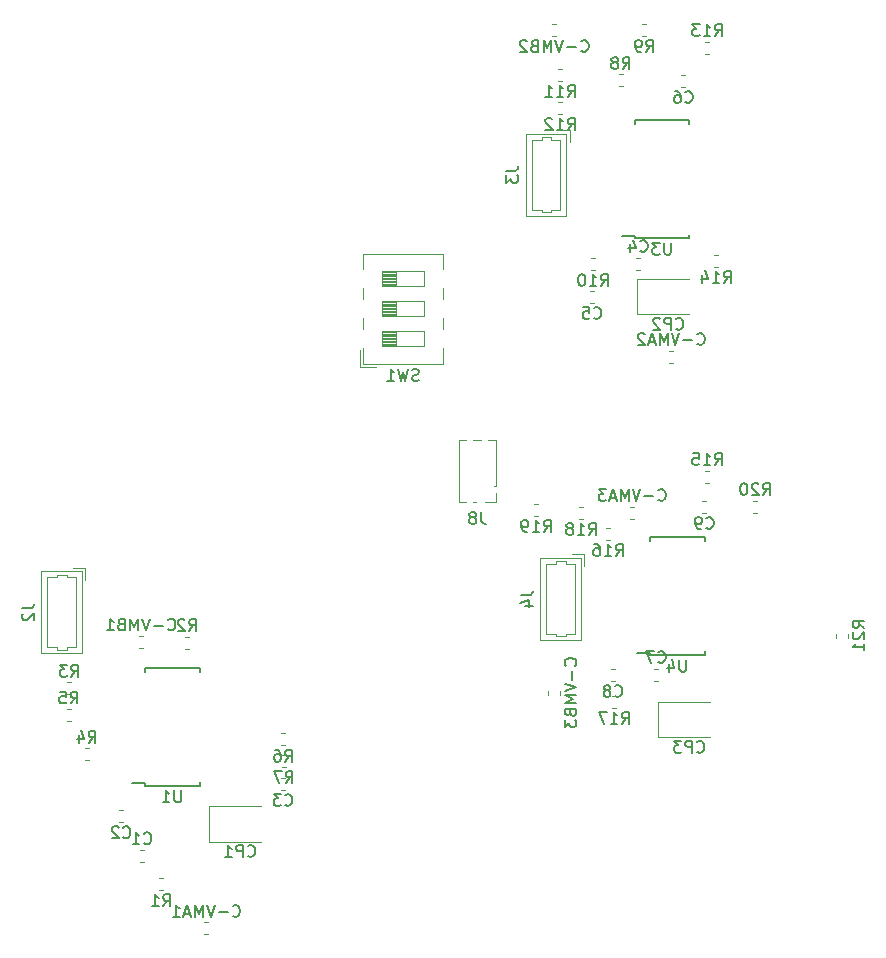
<source format=gbr>
G04 #@! TF.GenerationSoftware,KiCad,Pcbnew,(5.1.5)-3*
G04 #@! TF.CreationDate,2020-03-06T21:22:36+08:00*
G04 #@! TF.ProjectId,Misaka,4d697361-6b61-42e6-9b69-6361645f7063,rev?*
G04 #@! TF.SameCoordinates,Original*
G04 #@! TF.FileFunction,Legend,Bot*
G04 #@! TF.FilePolarity,Positive*
%FSLAX46Y46*%
G04 Gerber Fmt 4.6, Leading zero omitted, Abs format (unit mm)*
G04 Created by KiCad (PCBNEW (5.1.5)-3) date 2020-03-06 21:22:36*
%MOMM*%
%LPD*%
G04 APERTURE LIST*
%ADD10C,0.120000*%
%ADD11C,0.150000*%
G04 APERTURE END LIST*
D10*
X42121267Y-99460000D02*
X41778733Y-99460000D01*
X42121267Y-98440000D02*
X41778733Y-98440000D01*
X90329000Y-94502000D02*
X94714000Y-94502000D01*
X90329000Y-97522000D02*
X90329000Y-94502000D01*
X94714000Y-97522000D02*
X90329000Y-97522000D01*
X88551000Y-58688000D02*
X92936000Y-58688000D01*
X88551000Y-61708000D02*
X88551000Y-58688000D01*
X92936000Y-61708000D02*
X88551000Y-61708000D01*
X52295000Y-103340000D02*
X56680000Y-103340000D01*
X52295000Y-106360000D02*
X52295000Y-103340000D01*
X56680000Y-106360000D02*
X52295000Y-106360000D01*
D11*
X89623000Y-90348000D02*
X88548000Y-90348000D01*
X89623000Y-80572200D02*
X94273000Y-80572200D01*
X89623000Y-90573000D02*
X94273000Y-90573000D01*
X89623000Y-80572200D02*
X89623000Y-80897200D01*
X94273000Y-80572200D02*
X94273000Y-80897200D01*
X94273000Y-90573000D02*
X94273000Y-90248000D01*
X89623000Y-90573000D02*
X89623000Y-90348000D01*
X88335000Y-55050000D02*
X87260000Y-55050000D01*
X88335000Y-45274200D02*
X92985000Y-45274200D01*
X88335000Y-55275000D02*
X92985000Y-55275000D01*
X88335000Y-45274200D02*
X88335000Y-45599200D01*
X92985000Y-45274200D02*
X92985000Y-45599200D01*
X92985000Y-55275000D02*
X92985000Y-54950000D01*
X88335000Y-55275000D02*
X88335000Y-55050000D01*
X46865000Y-101415000D02*
X45790000Y-101415000D01*
X46865000Y-91639200D02*
X51515000Y-91639200D01*
X46865000Y-101640000D02*
X51515000Y-101640000D01*
X46865000Y-91639200D02*
X46865000Y-91964200D01*
X51515000Y-91639200D02*
X51515000Y-91964200D01*
X51515000Y-101640000D02*
X51515000Y-101315000D01*
X46865000Y-101640000D02*
X46865000Y-101415000D01*
D10*
X68126667Y-59335000D02*
X68126667Y-58065000D01*
X66920000Y-58135000D02*
X68126667Y-58135000D01*
X66920000Y-58255000D02*
X68126667Y-58255000D01*
X66920000Y-58375000D02*
X68126667Y-58375000D01*
X66920000Y-58495000D02*
X68126667Y-58495000D01*
X66920000Y-58615000D02*
X68126667Y-58615000D01*
X66920000Y-58735000D02*
X68126667Y-58735000D01*
X66920000Y-58855000D02*
X68126667Y-58855000D01*
X66920000Y-58975000D02*
X68126667Y-58975000D01*
X66920000Y-59095000D02*
X68126667Y-59095000D01*
X66920000Y-59215000D02*
X68126667Y-59215000D01*
X70540000Y-59335000D02*
X66920000Y-59335000D01*
X70540000Y-58065000D02*
X70540000Y-59335000D01*
X66920000Y-58065000D02*
X70540000Y-58065000D01*
X66920000Y-59335000D02*
X66920000Y-58065000D01*
X68126667Y-61875000D02*
X68126667Y-60605000D01*
X66920000Y-60675000D02*
X68126667Y-60675000D01*
X66920000Y-60795000D02*
X68126667Y-60795000D01*
X66920000Y-60915000D02*
X68126667Y-60915000D01*
X66920000Y-61035000D02*
X68126667Y-61035000D01*
X66920000Y-61155000D02*
X68126667Y-61155000D01*
X66920000Y-61275000D02*
X68126667Y-61275000D01*
X66920000Y-61395000D02*
X68126667Y-61395000D01*
X66920000Y-61515000D02*
X68126667Y-61515000D01*
X66920000Y-61635000D02*
X68126667Y-61635000D01*
X66920000Y-61755000D02*
X68126667Y-61755000D01*
X70540000Y-61875000D02*
X66920000Y-61875000D01*
X70540000Y-60605000D02*
X70540000Y-61875000D01*
X66920000Y-60605000D02*
X70540000Y-60605000D01*
X66920000Y-61875000D02*
X66920000Y-60605000D01*
X68126667Y-64415000D02*
X68126667Y-63145000D01*
X66920000Y-63215000D02*
X68126667Y-63215000D01*
X66920000Y-63335000D02*
X68126667Y-63335000D01*
X66920000Y-63455000D02*
X68126667Y-63455000D01*
X66920000Y-63575000D02*
X68126667Y-63575000D01*
X66920000Y-63695000D02*
X68126667Y-63695000D01*
X66920000Y-63815000D02*
X68126667Y-63815000D01*
X66920000Y-63935000D02*
X68126667Y-63935000D01*
X66920000Y-64055000D02*
X68126667Y-64055000D01*
X66920000Y-64175000D02*
X68126667Y-64175000D01*
X66920000Y-64295000D02*
X68126667Y-64295000D01*
X70540000Y-64415000D02*
X66920000Y-64415000D01*
X70540000Y-63145000D02*
X70540000Y-64415000D01*
X66920000Y-63145000D02*
X70540000Y-63145000D01*
X66920000Y-64415000D02*
X66920000Y-63145000D01*
X65080000Y-66130000D02*
X65080000Y-64747000D01*
X65080000Y-66130000D02*
X66463000Y-66130000D01*
X72140000Y-62980000D02*
X72140000Y-62040000D01*
X72140000Y-65890000D02*
X72140000Y-64580000D01*
X72140000Y-60440000D02*
X72140000Y-59500000D01*
X72140000Y-57900000D02*
X72140000Y-56590000D01*
X65320000Y-57900000D02*
X65320000Y-56590000D01*
X65320000Y-60440000D02*
X65320000Y-59500000D01*
X65320000Y-62980000D02*
X65320000Y-62040000D01*
X65320000Y-65890000D02*
X65320000Y-64580000D01*
X65320000Y-56590000D02*
X72140000Y-56590000D01*
X65320000Y-65890000D02*
X72140000Y-65890000D01*
X105408000Y-89071267D02*
X105408000Y-88728733D01*
X106428000Y-89071267D02*
X106428000Y-88728733D01*
X98723267Y-78488000D02*
X98380733Y-78488000D01*
X98723267Y-77468000D02*
X98380733Y-77468000D01*
X79838733Y-77722000D02*
X80181267Y-77722000D01*
X79838733Y-78742000D02*
X80181267Y-78742000D01*
X83648733Y-77976000D02*
X83991267Y-77976000D01*
X83648733Y-78996000D02*
X83991267Y-78996000D01*
X86442733Y-93978000D02*
X86785267Y-93978000D01*
X86442733Y-94998000D02*
X86785267Y-94998000D01*
X85934733Y-79754000D02*
X86277267Y-79754000D01*
X85934733Y-80774000D02*
X86277267Y-80774000D01*
X94659267Y-75948000D02*
X94316733Y-75948000D01*
X94659267Y-74928000D02*
X94316733Y-74928000D01*
X95078733Y-56640000D02*
X95421267Y-56640000D01*
X95078733Y-57660000D02*
X95421267Y-57660000D01*
X94659267Y-39626000D02*
X94316733Y-39626000D01*
X94659267Y-38606000D02*
X94316733Y-38606000D01*
X81870733Y-43686000D02*
X82213267Y-43686000D01*
X81870733Y-44706000D02*
X82213267Y-44706000D01*
X81870733Y-40892000D02*
X82213267Y-40892000D01*
X81870733Y-41912000D02*
X82213267Y-41912000D01*
X84664733Y-56894000D02*
X85007267Y-56894000D01*
X84664733Y-57914000D02*
X85007267Y-57914000D01*
X88982733Y-37082000D02*
X89325267Y-37082000D01*
X88982733Y-38102000D02*
X89325267Y-38102000D01*
X87336267Y-42410000D02*
X86993733Y-42410000D01*
X87336267Y-41390000D02*
X86993733Y-41390000D01*
X58458733Y-98990000D02*
X58801267Y-98990000D01*
X58458733Y-100010000D02*
X58801267Y-100010000D01*
X58418733Y-97180000D02*
X58761267Y-97180000D01*
X58418733Y-98200000D02*
X58761267Y-98200000D01*
X40591267Y-96140000D02*
X40248733Y-96140000D01*
X40591267Y-95120000D02*
X40248733Y-95120000D01*
X40631267Y-93860000D02*
X40288733Y-93860000D01*
X40631267Y-92840000D02*
X40288733Y-92840000D01*
X50611267Y-90010000D02*
X50268733Y-90010000D01*
X50611267Y-88990000D02*
X50268733Y-88990000D01*
X48078733Y-109420000D02*
X48421267Y-109420000D01*
X48078733Y-110440000D02*
X48421267Y-110440000D01*
X75650000Y-77630000D02*
X76600000Y-77630000D01*
X76600000Y-77630000D02*
X76600000Y-76870000D01*
X76410000Y-76235000D02*
X76600000Y-76235000D01*
X76600000Y-76235000D02*
X76600000Y-72365000D01*
X74687530Y-72365000D02*
X75342470Y-72365000D01*
X73430000Y-72365000D02*
X74072470Y-72365000D01*
X75957530Y-72365000D02*
X76600000Y-72365000D01*
X73430000Y-77565000D02*
X73430000Y-72365000D01*
X74687530Y-77565000D02*
X74890000Y-77565000D01*
X73430000Y-77565000D02*
X74072470Y-77565000D01*
X84070000Y-82030000D02*
X84070000Y-83030000D01*
X84070000Y-82030000D02*
X83070000Y-82030000D01*
X80870000Y-88780000D02*
X80870000Y-85805000D01*
X81720000Y-88780000D02*
X80870000Y-88780000D01*
X81720000Y-88980000D02*
X81720000Y-88780000D01*
X82520000Y-88980000D02*
X81720000Y-88980000D01*
X82520000Y-88780000D02*
X82520000Y-88980000D01*
X83270000Y-88780000D02*
X82520000Y-88780000D01*
X83270000Y-85805000D02*
X83270000Y-88780000D01*
X80870000Y-82830000D02*
X80870000Y-85805000D01*
X81720000Y-82830000D02*
X80870000Y-82830000D01*
X81720000Y-82630000D02*
X81720000Y-82830000D01*
X82520000Y-82630000D02*
X81720000Y-82630000D01*
X82520000Y-82830000D02*
X82520000Y-82630000D01*
X83270000Y-82830000D02*
X82520000Y-82830000D01*
X83270000Y-85805000D02*
X83270000Y-82830000D01*
X80360000Y-89290000D02*
X80360000Y-82320000D01*
X83780000Y-89290000D02*
X80360000Y-89290000D01*
X83780000Y-82320000D02*
X83780000Y-89290000D01*
X80360000Y-82320000D02*
X83780000Y-82320000D01*
X82830000Y-46106000D02*
X82830000Y-47106000D01*
X82830000Y-46106000D02*
X81830000Y-46106000D01*
X79630000Y-52856000D02*
X79630000Y-49881000D01*
X80480000Y-52856000D02*
X79630000Y-52856000D01*
X80480000Y-53056000D02*
X80480000Y-52856000D01*
X81280000Y-53056000D02*
X80480000Y-53056000D01*
X81280000Y-52856000D02*
X81280000Y-53056000D01*
X82030000Y-52856000D02*
X81280000Y-52856000D01*
X82030000Y-49881000D02*
X82030000Y-52856000D01*
X79630000Y-46906000D02*
X79630000Y-49881000D01*
X80480000Y-46906000D02*
X79630000Y-46906000D01*
X80480000Y-46706000D02*
X80480000Y-46906000D01*
X81280000Y-46706000D02*
X80480000Y-46706000D01*
X81280000Y-46906000D02*
X81280000Y-46706000D01*
X82030000Y-46906000D02*
X81280000Y-46906000D01*
X82030000Y-49881000D02*
X82030000Y-46906000D01*
X79120000Y-53366000D02*
X79120000Y-46396000D01*
X82540000Y-53366000D02*
X79120000Y-53366000D01*
X82540000Y-46396000D02*
X82540000Y-53366000D01*
X79120000Y-46396000D02*
X82540000Y-46396000D01*
X41820000Y-83160000D02*
X41820000Y-84160000D01*
X41820000Y-83160000D02*
X40820000Y-83160000D01*
X38620000Y-89910000D02*
X38620000Y-86935000D01*
X39470000Y-89910000D02*
X38620000Y-89910000D01*
X39470000Y-90110000D02*
X39470000Y-89910000D01*
X40270000Y-90110000D02*
X39470000Y-90110000D01*
X40270000Y-89910000D02*
X40270000Y-90110000D01*
X41020000Y-89910000D02*
X40270000Y-89910000D01*
X41020000Y-86935000D02*
X41020000Y-89910000D01*
X38620000Y-83960000D02*
X38620000Y-86935000D01*
X39470000Y-83960000D02*
X38620000Y-83960000D01*
X39470000Y-83760000D02*
X39470000Y-83960000D01*
X40270000Y-83760000D02*
X39470000Y-83760000D01*
X40270000Y-83960000D02*
X40270000Y-83760000D01*
X41020000Y-83960000D02*
X40270000Y-83960000D01*
X41020000Y-86935000D02*
X41020000Y-83960000D01*
X38110000Y-90420000D02*
X38110000Y-83450000D01*
X41530000Y-90420000D02*
X38110000Y-90420000D01*
X41530000Y-83450000D02*
X41530000Y-90420000D01*
X38110000Y-83450000D02*
X41530000Y-83450000D01*
X81024000Y-93897267D02*
X81024000Y-93554733D01*
X82044000Y-93897267D02*
X82044000Y-93554733D01*
X81362733Y-37082000D02*
X81705267Y-37082000D01*
X81362733Y-38102000D02*
X81705267Y-38102000D01*
X46726267Y-89950000D02*
X46383733Y-89950000D01*
X46726267Y-88930000D02*
X46383733Y-88930000D01*
X88309267Y-78996000D02*
X87966733Y-78996000D01*
X88309267Y-77976000D02*
X87966733Y-77976000D01*
X91611267Y-65788000D02*
X91268733Y-65788000D01*
X91611267Y-64768000D02*
X91268733Y-64768000D01*
X52261267Y-114210000D02*
X51918733Y-114210000D01*
X52261267Y-113190000D02*
X51918733Y-113190000D01*
X94062733Y-77468000D02*
X94405267Y-77468000D01*
X94062733Y-78488000D02*
X94405267Y-78488000D01*
X86329733Y-91692000D02*
X86672267Y-91692000D01*
X86329733Y-92712000D02*
X86672267Y-92712000D01*
X90341267Y-92712000D02*
X89998733Y-92712000D01*
X90341267Y-91692000D02*
X89998733Y-91692000D01*
X92284733Y-41400000D02*
X92627267Y-41400000D01*
X92284733Y-42420000D02*
X92627267Y-42420000D01*
X84551733Y-59688000D02*
X84894267Y-59688000D01*
X84551733Y-60708000D02*
X84894267Y-60708000D01*
X88817267Y-57914000D02*
X88474733Y-57914000D01*
X88817267Y-56894000D02*
X88474733Y-56894000D01*
X58398733Y-100920000D02*
X58741267Y-100920000D01*
X58398733Y-101940000D02*
X58741267Y-101940000D01*
X44698733Y-103670000D02*
X45041267Y-103670000D01*
X44698733Y-104690000D02*
X45041267Y-104690000D01*
X46801267Y-108060000D02*
X46458733Y-108060000D01*
X46801267Y-107040000D02*
X46458733Y-107040000D01*
D11*
X42116666Y-97972380D02*
X42450000Y-97496190D01*
X42688095Y-97972380D02*
X42688095Y-96972380D01*
X42307142Y-96972380D01*
X42211904Y-97020000D01*
X42164285Y-97067619D01*
X42116666Y-97162857D01*
X42116666Y-97305714D01*
X42164285Y-97400952D01*
X42211904Y-97448571D01*
X42307142Y-97496190D01*
X42688095Y-97496190D01*
X41259523Y-97305714D02*
X41259523Y-97972380D01*
X41497619Y-96924761D02*
X41735714Y-97639047D01*
X41116666Y-97639047D01*
X93630666Y-98719142D02*
X93678285Y-98766761D01*
X93821142Y-98814380D01*
X93916380Y-98814380D01*
X94059238Y-98766761D01*
X94154476Y-98671523D01*
X94202095Y-98576285D01*
X94249714Y-98385809D01*
X94249714Y-98242952D01*
X94202095Y-98052476D01*
X94154476Y-97957238D01*
X94059238Y-97862000D01*
X93916380Y-97814380D01*
X93821142Y-97814380D01*
X93678285Y-97862000D01*
X93630666Y-97909619D01*
X93202095Y-98814380D02*
X93202095Y-97814380D01*
X92821142Y-97814380D01*
X92725904Y-97862000D01*
X92678285Y-97909619D01*
X92630666Y-98004857D01*
X92630666Y-98147714D01*
X92678285Y-98242952D01*
X92725904Y-98290571D01*
X92821142Y-98338190D01*
X93202095Y-98338190D01*
X92297333Y-97814380D02*
X91678285Y-97814380D01*
X92011619Y-98195333D01*
X91868761Y-98195333D01*
X91773523Y-98242952D01*
X91725904Y-98290571D01*
X91678285Y-98385809D01*
X91678285Y-98623904D01*
X91725904Y-98719142D01*
X91773523Y-98766761D01*
X91868761Y-98814380D01*
X92154476Y-98814380D01*
X92249714Y-98766761D01*
X92297333Y-98719142D01*
X91852666Y-62905142D02*
X91900285Y-62952761D01*
X92043142Y-63000380D01*
X92138380Y-63000380D01*
X92281238Y-62952761D01*
X92376476Y-62857523D01*
X92424095Y-62762285D01*
X92471714Y-62571809D01*
X92471714Y-62428952D01*
X92424095Y-62238476D01*
X92376476Y-62143238D01*
X92281238Y-62048000D01*
X92138380Y-62000380D01*
X92043142Y-62000380D01*
X91900285Y-62048000D01*
X91852666Y-62095619D01*
X91424095Y-63000380D02*
X91424095Y-62000380D01*
X91043142Y-62000380D01*
X90947904Y-62048000D01*
X90900285Y-62095619D01*
X90852666Y-62190857D01*
X90852666Y-62333714D01*
X90900285Y-62428952D01*
X90947904Y-62476571D01*
X91043142Y-62524190D01*
X91424095Y-62524190D01*
X90471714Y-62095619D02*
X90424095Y-62048000D01*
X90328857Y-62000380D01*
X90090761Y-62000380D01*
X89995523Y-62048000D01*
X89947904Y-62095619D01*
X89900285Y-62190857D01*
X89900285Y-62286095D01*
X89947904Y-62428952D01*
X90519333Y-63000380D01*
X89900285Y-63000380D01*
X55596666Y-107557142D02*
X55644285Y-107604761D01*
X55787142Y-107652380D01*
X55882380Y-107652380D01*
X56025238Y-107604761D01*
X56120476Y-107509523D01*
X56168095Y-107414285D01*
X56215714Y-107223809D01*
X56215714Y-107080952D01*
X56168095Y-106890476D01*
X56120476Y-106795238D01*
X56025238Y-106700000D01*
X55882380Y-106652380D01*
X55787142Y-106652380D01*
X55644285Y-106700000D01*
X55596666Y-106747619D01*
X55168095Y-107652380D02*
X55168095Y-106652380D01*
X54787142Y-106652380D01*
X54691904Y-106700000D01*
X54644285Y-106747619D01*
X54596666Y-106842857D01*
X54596666Y-106985714D01*
X54644285Y-107080952D01*
X54691904Y-107128571D01*
X54787142Y-107176190D01*
X55168095Y-107176190D01*
X53644285Y-107652380D02*
X54215714Y-107652380D01*
X53930000Y-107652380D02*
X53930000Y-106652380D01*
X54025238Y-106795238D01*
X54120476Y-106890476D01*
X54215714Y-106938095D01*
X92709904Y-90950380D02*
X92709904Y-91759904D01*
X92662285Y-91855142D01*
X92614666Y-91902761D01*
X92519428Y-91950380D01*
X92328952Y-91950380D01*
X92233714Y-91902761D01*
X92186095Y-91855142D01*
X92138476Y-91759904D01*
X92138476Y-90950380D01*
X91233714Y-91283714D02*
X91233714Y-91950380D01*
X91471809Y-90902761D02*
X91709904Y-91617047D01*
X91090857Y-91617047D01*
X91421904Y-55652380D02*
X91421904Y-56461904D01*
X91374285Y-56557142D01*
X91326666Y-56604761D01*
X91231428Y-56652380D01*
X91040952Y-56652380D01*
X90945714Y-56604761D01*
X90898095Y-56557142D01*
X90850476Y-56461904D01*
X90850476Y-55652380D01*
X90469523Y-55652380D02*
X89850476Y-55652380D01*
X90183809Y-56033333D01*
X90040952Y-56033333D01*
X89945714Y-56080952D01*
X89898095Y-56128571D01*
X89850476Y-56223809D01*
X89850476Y-56461904D01*
X89898095Y-56557142D01*
X89945714Y-56604761D01*
X90040952Y-56652380D01*
X90326666Y-56652380D01*
X90421904Y-56604761D01*
X90469523Y-56557142D01*
X49951904Y-102017380D02*
X49951904Y-102826904D01*
X49904285Y-102922142D01*
X49856666Y-102969761D01*
X49761428Y-103017380D01*
X49570952Y-103017380D01*
X49475714Y-102969761D01*
X49428095Y-102922142D01*
X49380476Y-102826904D01*
X49380476Y-102017380D01*
X48380476Y-103017380D02*
X48951904Y-103017380D01*
X48666190Y-103017380D02*
X48666190Y-102017380D01*
X48761428Y-102160238D01*
X48856666Y-102255476D01*
X48951904Y-102303095D01*
X70063333Y-67294761D02*
X69920476Y-67342380D01*
X69682380Y-67342380D01*
X69587142Y-67294761D01*
X69539523Y-67247142D01*
X69491904Y-67151904D01*
X69491904Y-67056666D01*
X69539523Y-66961428D01*
X69587142Y-66913809D01*
X69682380Y-66866190D01*
X69872857Y-66818571D01*
X69968095Y-66770952D01*
X70015714Y-66723333D01*
X70063333Y-66628095D01*
X70063333Y-66532857D01*
X70015714Y-66437619D01*
X69968095Y-66390000D01*
X69872857Y-66342380D01*
X69634761Y-66342380D01*
X69491904Y-66390000D01*
X69158571Y-66342380D02*
X68920476Y-67342380D01*
X68730000Y-66628095D01*
X68539523Y-67342380D01*
X68301428Y-66342380D01*
X67396666Y-67342380D02*
X67968095Y-67342380D01*
X67682380Y-67342380D02*
X67682380Y-66342380D01*
X67777619Y-66485238D01*
X67872857Y-66580476D01*
X67968095Y-66628095D01*
X107800380Y-88257142D02*
X107324190Y-87923809D01*
X107800380Y-87685714D02*
X106800380Y-87685714D01*
X106800380Y-88066666D01*
X106848000Y-88161904D01*
X106895619Y-88209523D01*
X106990857Y-88257142D01*
X107133714Y-88257142D01*
X107228952Y-88209523D01*
X107276571Y-88161904D01*
X107324190Y-88066666D01*
X107324190Y-87685714D01*
X106895619Y-88638095D02*
X106848000Y-88685714D01*
X106800380Y-88780952D01*
X106800380Y-89019047D01*
X106848000Y-89114285D01*
X106895619Y-89161904D01*
X106990857Y-89209523D01*
X107086095Y-89209523D01*
X107228952Y-89161904D01*
X107800380Y-88590476D01*
X107800380Y-89209523D01*
X107800380Y-90161904D02*
X107800380Y-89590476D01*
X107800380Y-89876190D02*
X106800380Y-89876190D01*
X106943238Y-89780952D01*
X107038476Y-89685714D01*
X107086095Y-89590476D01*
X99194857Y-77000380D02*
X99528190Y-76524190D01*
X99766285Y-77000380D02*
X99766285Y-76000380D01*
X99385333Y-76000380D01*
X99290095Y-76048000D01*
X99242476Y-76095619D01*
X99194857Y-76190857D01*
X99194857Y-76333714D01*
X99242476Y-76428952D01*
X99290095Y-76476571D01*
X99385333Y-76524190D01*
X99766285Y-76524190D01*
X98813904Y-76095619D02*
X98766285Y-76048000D01*
X98671047Y-76000380D01*
X98432952Y-76000380D01*
X98337714Y-76048000D01*
X98290095Y-76095619D01*
X98242476Y-76190857D01*
X98242476Y-76286095D01*
X98290095Y-76428952D01*
X98861523Y-77000380D01*
X98242476Y-77000380D01*
X97623428Y-76000380D02*
X97528190Y-76000380D01*
X97432952Y-76048000D01*
X97385333Y-76095619D01*
X97337714Y-76190857D01*
X97290095Y-76381333D01*
X97290095Y-76619428D01*
X97337714Y-76809904D01*
X97385333Y-76905142D01*
X97432952Y-76952761D01*
X97528190Y-77000380D01*
X97623428Y-77000380D01*
X97718666Y-76952761D01*
X97766285Y-76905142D01*
X97813904Y-76809904D01*
X97861523Y-76619428D01*
X97861523Y-76381333D01*
X97813904Y-76190857D01*
X97766285Y-76095619D01*
X97718666Y-76048000D01*
X97623428Y-76000380D01*
X80652857Y-80114380D02*
X80986190Y-79638190D01*
X81224285Y-80114380D02*
X81224285Y-79114380D01*
X80843333Y-79114380D01*
X80748095Y-79162000D01*
X80700476Y-79209619D01*
X80652857Y-79304857D01*
X80652857Y-79447714D01*
X80700476Y-79542952D01*
X80748095Y-79590571D01*
X80843333Y-79638190D01*
X81224285Y-79638190D01*
X79700476Y-80114380D02*
X80271904Y-80114380D01*
X79986190Y-80114380D02*
X79986190Y-79114380D01*
X80081428Y-79257238D01*
X80176666Y-79352476D01*
X80271904Y-79400095D01*
X79224285Y-80114380D02*
X79033809Y-80114380D01*
X78938571Y-80066761D01*
X78890952Y-80019142D01*
X78795714Y-79876285D01*
X78748095Y-79685809D01*
X78748095Y-79304857D01*
X78795714Y-79209619D01*
X78843333Y-79162000D01*
X78938571Y-79114380D01*
X79129047Y-79114380D01*
X79224285Y-79162000D01*
X79271904Y-79209619D01*
X79319523Y-79304857D01*
X79319523Y-79542952D01*
X79271904Y-79638190D01*
X79224285Y-79685809D01*
X79129047Y-79733428D01*
X78938571Y-79733428D01*
X78843333Y-79685809D01*
X78795714Y-79638190D01*
X78748095Y-79542952D01*
X84462857Y-80368380D02*
X84796190Y-79892190D01*
X85034285Y-80368380D02*
X85034285Y-79368380D01*
X84653333Y-79368380D01*
X84558095Y-79416000D01*
X84510476Y-79463619D01*
X84462857Y-79558857D01*
X84462857Y-79701714D01*
X84510476Y-79796952D01*
X84558095Y-79844571D01*
X84653333Y-79892190D01*
X85034285Y-79892190D01*
X83510476Y-80368380D02*
X84081904Y-80368380D01*
X83796190Y-80368380D02*
X83796190Y-79368380D01*
X83891428Y-79511238D01*
X83986666Y-79606476D01*
X84081904Y-79654095D01*
X82939047Y-79796952D02*
X83034285Y-79749333D01*
X83081904Y-79701714D01*
X83129523Y-79606476D01*
X83129523Y-79558857D01*
X83081904Y-79463619D01*
X83034285Y-79416000D01*
X82939047Y-79368380D01*
X82748571Y-79368380D01*
X82653333Y-79416000D01*
X82605714Y-79463619D01*
X82558095Y-79558857D01*
X82558095Y-79606476D01*
X82605714Y-79701714D01*
X82653333Y-79749333D01*
X82748571Y-79796952D01*
X82939047Y-79796952D01*
X83034285Y-79844571D01*
X83081904Y-79892190D01*
X83129523Y-79987428D01*
X83129523Y-80177904D01*
X83081904Y-80273142D01*
X83034285Y-80320761D01*
X82939047Y-80368380D01*
X82748571Y-80368380D01*
X82653333Y-80320761D01*
X82605714Y-80273142D01*
X82558095Y-80177904D01*
X82558095Y-79987428D01*
X82605714Y-79892190D01*
X82653333Y-79844571D01*
X82748571Y-79796952D01*
X87256857Y-96370380D02*
X87590190Y-95894190D01*
X87828285Y-96370380D02*
X87828285Y-95370380D01*
X87447333Y-95370380D01*
X87352095Y-95418000D01*
X87304476Y-95465619D01*
X87256857Y-95560857D01*
X87256857Y-95703714D01*
X87304476Y-95798952D01*
X87352095Y-95846571D01*
X87447333Y-95894190D01*
X87828285Y-95894190D01*
X86304476Y-96370380D02*
X86875904Y-96370380D01*
X86590190Y-96370380D02*
X86590190Y-95370380D01*
X86685428Y-95513238D01*
X86780666Y-95608476D01*
X86875904Y-95656095D01*
X85971142Y-95370380D02*
X85304476Y-95370380D01*
X85733047Y-96370380D01*
X86748857Y-82146380D02*
X87082190Y-81670190D01*
X87320285Y-82146380D02*
X87320285Y-81146380D01*
X86939333Y-81146380D01*
X86844095Y-81194000D01*
X86796476Y-81241619D01*
X86748857Y-81336857D01*
X86748857Y-81479714D01*
X86796476Y-81574952D01*
X86844095Y-81622571D01*
X86939333Y-81670190D01*
X87320285Y-81670190D01*
X85796476Y-82146380D02*
X86367904Y-82146380D01*
X86082190Y-82146380D02*
X86082190Y-81146380D01*
X86177428Y-81289238D01*
X86272666Y-81384476D01*
X86367904Y-81432095D01*
X84939333Y-81146380D02*
X85129809Y-81146380D01*
X85225047Y-81194000D01*
X85272666Y-81241619D01*
X85367904Y-81384476D01*
X85415523Y-81574952D01*
X85415523Y-81955904D01*
X85367904Y-82051142D01*
X85320285Y-82098761D01*
X85225047Y-82146380D01*
X85034571Y-82146380D01*
X84939333Y-82098761D01*
X84891714Y-82051142D01*
X84844095Y-81955904D01*
X84844095Y-81717809D01*
X84891714Y-81622571D01*
X84939333Y-81574952D01*
X85034571Y-81527333D01*
X85225047Y-81527333D01*
X85320285Y-81574952D01*
X85367904Y-81622571D01*
X85415523Y-81717809D01*
X95130857Y-74460380D02*
X95464190Y-73984190D01*
X95702285Y-74460380D02*
X95702285Y-73460380D01*
X95321333Y-73460380D01*
X95226095Y-73508000D01*
X95178476Y-73555619D01*
X95130857Y-73650857D01*
X95130857Y-73793714D01*
X95178476Y-73888952D01*
X95226095Y-73936571D01*
X95321333Y-73984190D01*
X95702285Y-73984190D01*
X94178476Y-74460380D02*
X94749904Y-74460380D01*
X94464190Y-74460380D02*
X94464190Y-73460380D01*
X94559428Y-73603238D01*
X94654666Y-73698476D01*
X94749904Y-73746095D01*
X93273714Y-73460380D02*
X93749904Y-73460380D01*
X93797523Y-73936571D01*
X93749904Y-73888952D01*
X93654666Y-73841333D01*
X93416571Y-73841333D01*
X93321333Y-73888952D01*
X93273714Y-73936571D01*
X93226095Y-74031809D01*
X93226095Y-74269904D01*
X93273714Y-74365142D01*
X93321333Y-74412761D01*
X93416571Y-74460380D01*
X93654666Y-74460380D01*
X93749904Y-74412761D01*
X93797523Y-74365142D01*
X95892857Y-59032380D02*
X96226190Y-58556190D01*
X96464285Y-59032380D02*
X96464285Y-58032380D01*
X96083333Y-58032380D01*
X95988095Y-58080000D01*
X95940476Y-58127619D01*
X95892857Y-58222857D01*
X95892857Y-58365714D01*
X95940476Y-58460952D01*
X95988095Y-58508571D01*
X96083333Y-58556190D01*
X96464285Y-58556190D01*
X94940476Y-59032380D02*
X95511904Y-59032380D01*
X95226190Y-59032380D02*
X95226190Y-58032380D01*
X95321428Y-58175238D01*
X95416666Y-58270476D01*
X95511904Y-58318095D01*
X94083333Y-58365714D02*
X94083333Y-59032380D01*
X94321428Y-57984761D02*
X94559523Y-58699047D01*
X93940476Y-58699047D01*
X95130857Y-38138380D02*
X95464190Y-37662190D01*
X95702285Y-38138380D02*
X95702285Y-37138380D01*
X95321333Y-37138380D01*
X95226095Y-37186000D01*
X95178476Y-37233619D01*
X95130857Y-37328857D01*
X95130857Y-37471714D01*
X95178476Y-37566952D01*
X95226095Y-37614571D01*
X95321333Y-37662190D01*
X95702285Y-37662190D01*
X94178476Y-38138380D02*
X94749904Y-38138380D01*
X94464190Y-38138380D02*
X94464190Y-37138380D01*
X94559428Y-37281238D01*
X94654666Y-37376476D01*
X94749904Y-37424095D01*
X93845142Y-37138380D02*
X93226095Y-37138380D01*
X93559428Y-37519333D01*
X93416571Y-37519333D01*
X93321333Y-37566952D01*
X93273714Y-37614571D01*
X93226095Y-37709809D01*
X93226095Y-37947904D01*
X93273714Y-38043142D01*
X93321333Y-38090761D01*
X93416571Y-38138380D01*
X93702285Y-38138380D01*
X93797523Y-38090761D01*
X93845142Y-38043142D01*
X82684857Y-46078380D02*
X83018190Y-45602190D01*
X83256285Y-46078380D02*
X83256285Y-45078380D01*
X82875333Y-45078380D01*
X82780095Y-45126000D01*
X82732476Y-45173619D01*
X82684857Y-45268857D01*
X82684857Y-45411714D01*
X82732476Y-45506952D01*
X82780095Y-45554571D01*
X82875333Y-45602190D01*
X83256285Y-45602190D01*
X81732476Y-46078380D02*
X82303904Y-46078380D01*
X82018190Y-46078380D02*
X82018190Y-45078380D01*
X82113428Y-45221238D01*
X82208666Y-45316476D01*
X82303904Y-45364095D01*
X81351523Y-45173619D02*
X81303904Y-45126000D01*
X81208666Y-45078380D01*
X80970571Y-45078380D01*
X80875333Y-45126000D01*
X80827714Y-45173619D01*
X80780095Y-45268857D01*
X80780095Y-45364095D01*
X80827714Y-45506952D01*
X81399142Y-46078380D01*
X80780095Y-46078380D01*
X82684857Y-43284380D02*
X83018190Y-42808190D01*
X83256285Y-43284380D02*
X83256285Y-42284380D01*
X82875333Y-42284380D01*
X82780095Y-42332000D01*
X82732476Y-42379619D01*
X82684857Y-42474857D01*
X82684857Y-42617714D01*
X82732476Y-42712952D01*
X82780095Y-42760571D01*
X82875333Y-42808190D01*
X83256285Y-42808190D01*
X81732476Y-43284380D02*
X82303904Y-43284380D01*
X82018190Y-43284380D02*
X82018190Y-42284380D01*
X82113428Y-42427238D01*
X82208666Y-42522476D01*
X82303904Y-42570095D01*
X80780095Y-43284380D02*
X81351523Y-43284380D01*
X81065809Y-43284380D02*
X81065809Y-42284380D01*
X81161047Y-42427238D01*
X81256285Y-42522476D01*
X81351523Y-42570095D01*
X85478857Y-59286380D02*
X85812190Y-58810190D01*
X86050285Y-59286380D02*
X86050285Y-58286380D01*
X85669333Y-58286380D01*
X85574095Y-58334000D01*
X85526476Y-58381619D01*
X85478857Y-58476857D01*
X85478857Y-58619714D01*
X85526476Y-58714952D01*
X85574095Y-58762571D01*
X85669333Y-58810190D01*
X86050285Y-58810190D01*
X84526476Y-59286380D02*
X85097904Y-59286380D01*
X84812190Y-59286380D02*
X84812190Y-58286380D01*
X84907428Y-58429238D01*
X85002666Y-58524476D01*
X85097904Y-58572095D01*
X83907428Y-58286380D02*
X83812190Y-58286380D01*
X83716952Y-58334000D01*
X83669333Y-58381619D01*
X83621714Y-58476857D01*
X83574095Y-58667333D01*
X83574095Y-58905428D01*
X83621714Y-59095904D01*
X83669333Y-59191142D01*
X83716952Y-59238761D01*
X83812190Y-59286380D01*
X83907428Y-59286380D01*
X84002666Y-59238761D01*
X84050285Y-59191142D01*
X84097904Y-59095904D01*
X84145523Y-58905428D01*
X84145523Y-58667333D01*
X84097904Y-58476857D01*
X84050285Y-58381619D01*
X84002666Y-58334000D01*
X83907428Y-58286380D01*
X89320666Y-39474380D02*
X89654000Y-38998190D01*
X89892095Y-39474380D02*
X89892095Y-38474380D01*
X89511142Y-38474380D01*
X89415904Y-38522000D01*
X89368285Y-38569619D01*
X89320666Y-38664857D01*
X89320666Y-38807714D01*
X89368285Y-38902952D01*
X89415904Y-38950571D01*
X89511142Y-38998190D01*
X89892095Y-38998190D01*
X88844476Y-39474380D02*
X88654000Y-39474380D01*
X88558761Y-39426761D01*
X88511142Y-39379142D01*
X88415904Y-39236285D01*
X88368285Y-39045809D01*
X88368285Y-38664857D01*
X88415904Y-38569619D01*
X88463523Y-38522000D01*
X88558761Y-38474380D01*
X88749238Y-38474380D01*
X88844476Y-38522000D01*
X88892095Y-38569619D01*
X88939714Y-38664857D01*
X88939714Y-38902952D01*
X88892095Y-38998190D01*
X88844476Y-39045809D01*
X88749238Y-39093428D01*
X88558761Y-39093428D01*
X88463523Y-39045809D01*
X88415904Y-38998190D01*
X88368285Y-38902952D01*
X87331666Y-40922380D02*
X87665000Y-40446190D01*
X87903095Y-40922380D02*
X87903095Y-39922380D01*
X87522142Y-39922380D01*
X87426904Y-39970000D01*
X87379285Y-40017619D01*
X87331666Y-40112857D01*
X87331666Y-40255714D01*
X87379285Y-40350952D01*
X87426904Y-40398571D01*
X87522142Y-40446190D01*
X87903095Y-40446190D01*
X86760238Y-40350952D02*
X86855476Y-40303333D01*
X86903095Y-40255714D01*
X86950714Y-40160476D01*
X86950714Y-40112857D01*
X86903095Y-40017619D01*
X86855476Y-39970000D01*
X86760238Y-39922380D01*
X86569761Y-39922380D01*
X86474523Y-39970000D01*
X86426904Y-40017619D01*
X86379285Y-40112857D01*
X86379285Y-40160476D01*
X86426904Y-40255714D01*
X86474523Y-40303333D01*
X86569761Y-40350952D01*
X86760238Y-40350952D01*
X86855476Y-40398571D01*
X86903095Y-40446190D01*
X86950714Y-40541428D01*
X86950714Y-40731904D01*
X86903095Y-40827142D01*
X86855476Y-40874761D01*
X86760238Y-40922380D01*
X86569761Y-40922380D01*
X86474523Y-40874761D01*
X86426904Y-40827142D01*
X86379285Y-40731904D01*
X86379285Y-40541428D01*
X86426904Y-40446190D01*
X86474523Y-40398571D01*
X86569761Y-40350952D01*
X58796666Y-101382380D02*
X59130000Y-100906190D01*
X59368095Y-101382380D02*
X59368095Y-100382380D01*
X58987142Y-100382380D01*
X58891904Y-100430000D01*
X58844285Y-100477619D01*
X58796666Y-100572857D01*
X58796666Y-100715714D01*
X58844285Y-100810952D01*
X58891904Y-100858571D01*
X58987142Y-100906190D01*
X59368095Y-100906190D01*
X58463333Y-100382380D02*
X57796666Y-100382380D01*
X58225238Y-101382380D01*
X58756666Y-99572380D02*
X59090000Y-99096190D01*
X59328095Y-99572380D02*
X59328095Y-98572380D01*
X58947142Y-98572380D01*
X58851904Y-98620000D01*
X58804285Y-98667619D01*
X58756666Y-98762857D01*
X58756666Y-98905714D01*
X58804285Y-99000952D01*
X58851904Y-99048571D01*
X58947142Y-99096190D01*
X59328095Y-99096190D01*
X57899523Y-98572380D02*
X58090000Y-98572380D01*
X58185238Y-98620000D01*
X58232857Y-98667619D01*
X58328095Y-98810476D01*
X58375714Y-99000952D01*
X58375714Y-99381904D01*
X58328095Y-99477142D01*
X58280476Y-99524761D01*
X58185238Y-99572380D01*
X57994761Y-99572380D01*
X57899523Y-99524761D01*
X57851904Y-99477142D01*
X57804285Y-99381904D01*
X57804285Y-99143809D01*
X57851904Y-99048571D01*
X57899523Y-99000952D01*
X57994761Y-98953333D01*
X58185238Y-98953333D01*
X58280476Y-99000952D01*
X58328095Y-99048571D01*
X58375714Y-99143809D01*
X40586666Y-94652380D02*
X40920000Y-94176190D01*
X41158095Y-94652380D02*
X41158095Y-93652380D01*
X40777142Y-93652380D01*
X40681904Y-93700000D01*
X40634285Y-93747619D01*
X40586666Y-93842857D01*
X40586666Y-93985714D01*
X40634285Y-94080952D01*
X40681904Y-94128571D01*
X40777142Y-94176190D01*
X41158095Y-94176190D01*
X39681904Y-93652380D02*
X40158095Y-93652380D01*
X40205714Y-94128571D01*
X40158095Y-94080952D01*
X40062857Y-94033333D01*
X39824761Y-94033333D01*
X39729523Y-94080952D01*
X39681904Y-94128571D01*
X39634285Y-94223809D01*
X39634285Y-94461904D01*
X39681904Y-94557142D01*
X39729523Y-94604761D01*
X39824761Y-94652380D01*
X40062857Y-94652380D01*
X40158095Y-94604761D01*
X40205714Y-94557142D01*
X40626666Y-92372380D02*
X40960000Y-91896190D01*
X41198095Y-92372380D02*
X41198095Y-91372380D01*
X40817142Y-91372380D01*
X40721904Y-91420000D01*
X40674285Y-91467619D01*
X40626666Y-91562857D01*
X40626666Y-91705714D01*
X40674285Y-91800952D01*
X40721904Y-91848571D01*
X40817142Y-91896190D01*
X41198095Y-91896190D01*
X40293333Y-91372380D02*
X39674285Y-91372380D01*
X40007619Y-91753333D01*
X39864761Y-91753333D01*
X39769523Y-91800952D01*
X39721904Y-91848571D01*
X39674285Y-91943809D01*
X39674285Y-92181904D01*
X39721904Y-92277142D01*
X39769523Y-92324761D01*
X39864761Y-92372380D01*
X40150476Y-92372380D01*
X40245714Y-92324761D01*
X40293333Y-92277142D01*
X50606666Y-88522380D02*
X50940000Y-88046190D01*
X51178095Y-88522380D02*
X51178095Y-87522380D01*
X50797142Y-87522380D01*
X50701904Y-87570000D01*
X50654285Y-87617619D01*
X50606666Y-87712857D01*
X50606666Y-87855714D01*
X50654285Y-87950952D01*
X50701904Y-87998571D01*
X50797142Y-88046190D01*
X51178095Y-88046190D01*
X50225714Y-87617619D02*
X50178095Y-87570000D01*
X50082857Y-87522380D01*
X49844761Y-87522380D01*
X49749523Y-87570000D01*
X49701904Y-87617619D01*
X49654285Y-87712857D01*
X49654285Y-87808095D01*
X49701904Y-87950952D01*
X50273333Y-88522380D01*
X49654285Y-88522380D01*
X48416666Y-111812380D02*
X48750000Y-111336190D01*
X48988095Y-111812380D02*
X48988095Y-110812380D01*
X48607142Y-110812380D01*
X48511904Y-110860000D01*
X48464285Y-110907619D01*
X48416666Y-111002857D01*
X48416666Y-111145714D01*
X48464285Y-111240952D01*
X48511904Y-111288571D01*
X48607142Y-111336190D01*
X48988095Y-111336190D01*
X47464285Y-111812380D02*
X48035714Y-111812380D01*
X47750000Y-111812380D02*
X47750000Y-110812380D01*
X47845238Y-110955238D01*
X47940476Y-111050476D01*
X48035714Y-111098095D01*
X75348333Y-78457380D02*
X75348333Y-79171666D01*
X75395952Y-79314523D01*
X75491190Y-79409761D01*
X75634047Y-79457380D01*
X75729285Y-79457380D01*
X74729285Y-78885952D02*
X74824523Y-78838333D01*
X74872142Y-78790714D01*
X74919761Y-78695476D01*
X74919761Y-78647857D01*
X74872142Y-78552619D01*
X74824523Y-78505000D01*
X74729285Y-78457380D01*
X74538809Y-78457380D01*
X74443571Y-78505000D01*
X74395952Y-78552619D01*
X74348333Y-78647857D01*
X74348333Y-78695476D01*
X74395952Y-78790714D01*
X74443571Y-78838333D01*
X74538809Y-78885952D01*
X74729285Y-78885952D01*
X74824523Y-78933571D01*
X74872142Y-78981190D01*
X74919761Y-79076428D01*
X74919761Y-79266904D01*
X74872142Y-79362142D01*
X74824523Y-79409761D01*
X74729285Y-79457380D01*
X74538809Y-79457380D01*
X74443571Y-79409761D01*
X74395952Y-79362142D01*
X74348333Y-79266904D01*
X74348333Y-79076428D01*
X74395952Y-78981190D01*
X74443571Y-78933571D01*
X74538809Y-78885952D01*
X78722380Y-85476666D02*
X79436666Y-85476666D01*
X79579523Y-85429047D01*
X79674761Y-85333809D01*
X79722380Y-85190952D01*
X79722380Y-85095714D01*
X79055714Y-86381428D02*
X79722380Y-86381428D01*
X78674761Y-86143333D02*
X79389047Y-85905238D01*
X79389047Y-86524285D01*
X77482380Y-49552666D02*
X78196666Y-49552666D01*
X78339523Y-49505047D01*
X78434761Y-49409809D01*
X78482380Y-49266952D01*
X78482380Y-49171714D01*
X77482380Y-49933619D02*
X77482380Y-50552666D01*
X77863333Y-50219333D01*
X77863333Y-50362190D01*
X77910952Y-50457428D01*
X77958571Y-50505047D01*
X78053809Y-50552666D01*
X78291904Y-50552666D01*
X78387142Y-50505047D01*
X78434761Y-50457428D01*
X78482380Y-50362190D01*
X78482380Y-50076476D01*
X78434761Y-49981238D01*
X78387142Y-49933619D01*
X36472380Y-86606666D02*
X37186666Y-86606666D01*
X37329523Y-86559047D01*
X37424761Y-86463809D01*
X37472380Y-86320952D01*
X37472380Y-86225714D01*
X36567619Y-87035238D02*
X36520000Y-87082857D01*
X36472380Y-87178095D01*
X36472380Y-87416190D01*
X36520000Y-87511428D01*
X36567619Y-87559047D01*
X36662857Y-87606666D01*
X36758095Y-87606666D01*
X36900952Y-87559047D01*
X37472380Y-86987619D01*
X37472380Y-87606666D01*
X83321142Y-91440285D02*
X83368761Y-91392666D01*
X83416380Y-91249809D01*
X83416380Y-91154571D01*
X83368761Y-91011714D01*
X83273523Y-90916476D01*
X83178285Y-90868857D01*
X82987809Y-90821238D01*
X82844952Y-90821238D01*
X82654476Y-90868857D01*
X82559238Y-90916476D01*
X82464000Y-91011714D01*
X82416380Y-91154571D01*
X82416380Y-91249809D01*
X82464000Y-91392666D01*
X82511619Y-91440285D01*
X83035428Y-91868857D02*
X83035428Y-92630761D01*
X82416380Y-92964095D02*
X83416380Y-93297428D01*
X82416380Y-93630761D01*
X83416380Y-93964095D02*
X82416380Y-93964095D01*
X83130666Y-94297428D01*
X82416380Y-94630761D01*
X83416380Y-94630761D01*
X82892571Y-95440285D02*
X82940190Y-95583142D01*
X82987809Y-95630761D01*
X83083047Y-95678380D01*
X83225904Y-95678380D01*
X83321142Y-95630761D01*
X83368761Y-95583142D01*
X83416380Y-95487904D01*
X83416380Y-95106952D01*
X82416380Y-95106952D01*
X82416380Y-95440285D01*
X82464000Y-95535523D01*
X82511619Y-95583142D01*
X82606857Y-95630761D01*
X82702095Y-95630761D01*
X82797333Y-95583142D01*
X82844952Y-95535523D01*
X82892571Y-95440285D01*
X82892571Y-95106952D01*
X82416380Y-96011714D02*
X82416380Y-96630761D01*
X82797333Y-96297428D01*
X82797333Y-96440285D01*
X82844952Y-96535523D01*
X82892571Y-96583142D01*
X82987809Y-96630761D01*
X83225904Y-96630761D01*
X83321142Y-96583142D01*
X83368761Y-96535523D01*
X83416380Y-96440285D01*
X83416380Y-96154571D01*
X83368761Y-96059333D01*
X83321142Y-96011714D01*
X83819714Y-39379142D02*
X83867333Y-39426761D01*
X84010190Y-39474380D01*
X84105428Y-39474380D01*
X84248285Y-39426761D01*
X84343523Y-39331523D01*
X84391142Y-39236285D01*
X84438761Y-39045809D01*
X84438761Y-38902952D01*
X84391142Y-38712476D01*
X84343523Y-38617238D01*
X84248285Y-38522000D01*
X84105428Y-38474380D01*
X84010190Y-38474380D01*
X83867333Y-38522000D01*
X83819714Y-38569619D01*
X83391142Y-39093428D02*
X82629238Y-39093428D01*
X82295904Y-38474380D02*
X81962571Y-39474380D01*
X81629238Y-38474380D01*
X81295904Y-39474380D02*
X81295904Y-38474380D01*
X80962571Y-39188666D01*
X80629238Y-38474380D01*
X80629238Y-39474380D01*
X79819714Y-38950571D02*
X79676857Y-38998190D01*
X79629238Y-39045809D01*
X79581619Y-39141047D01*
X79581619Y-39283904D01*
X79629238Y-39379142D01*
X79676857Y-39426761D01*
X79772095Y-39474380D01*
X80153047Y-39474380D01*
X80153047Y-38474380D01*
X79819714Y-38474380D01*
X79724476Y-38522000D01*
X79676857Y-38569619D01*
X79629238Y-38664857D01*
X79629238Y-38760095D01*
X79676857Y-38855333D01*
X79724476Y-38902952D01*
X79819714Y-38950571D01*
X80153047Y-38950571D01*
X79200666Y-38569619D02*
X79153047Y-38522000D01*
X79057809Y-38474380D01*
X78819714Y-38474380D01*
X78724476Y-38522000D01*
X78676857Y-38569619D01*
X78629238Y-38664857D01*
X78629238Y-38760095D01*
X78676857Y-38902952D01*
X79248285Y-39474380D01*
X78629238Y-39474380D01*
X48840714Y-88367142D02*
X48888333Y-88414761D01*
X49031190Y-88462380D01*
X49126428Y-88462380D01*
X49269285Y-88414761D01*
X49364523Y-88319523D01*
X49412142Y-88224285D01*
X49459761Y-88033809D01*
X49459761Y-87890952D01*
X49412142Y-87700476D01*
X49364523Y-87605238D01*
X49269285Y-87510000D01*
X49126428Y-87462380D01*
X49031190Y-87462380D01*
X48888333Y-87510000D01*
X48840714Y-87557619D01*
X48412142Y-88081428D02*
X47650238Y-88081428D01*
X47316904Y-87462380D02*
X46983571Y-88462380D01*
X46650238Y-87462380D01*
X46316904Y-88462380D02*
X46316904Y-87462380D01*
X45983571Y-88176666D01*
X45650238Y-87462380D01*
X45650238Y-88462380D01*
X44840714Y-87938571D02*
X44697857Y-87986190D01*
X44650238Y-88033809D01*
X44602619Y-88129047D01*
X44602619Y-88271904D01*
X44650238Y-88367142D01*
X44697857Y-88414761D01*
X44793095Y-88462380D01*
X45174047Y-88462380D01*
X45174047Y-87462380D01*
X44840714Y-87462380D01*
X44745476Y-87510000D01*
X44697857Y-87557619D01*
X44650238Y-87652857D01*
X44650238Y-87748095D01*
X44697857Y-87843333D01*
X44745476Y-87890952D01*
X44840714Y-87938571D01*
X45174047Y-87938571D01*
X43650238Y-88462380D02*
X44221666Y-88462380D01*
X43935952Y-88462380D02*
X43935952Y-87462380D01*
X44031190Y-87605238D01*
X44126428Y-87700476D01*
X44221666Y-87748095D01*
X90352285Y-77413142D02*
X90399904Y-77460761D01*
X90542761Y-77508380D01*
X90638000Y-77508380D01*
X90780857Y-77460761D01*
X90876095Y-77365523D01*
X90923714Y-77270285D01*
X90971333Y-77079809D01*
X90971333Y-76936952D01*
X90923714Y-76746476D01*
X90876095Y-76651238D01*
X90780857Y-76556000D01*
X90638000Y-76508380D01*
X90542761Y-76508380D01*
X90399904Y-76556000D01*
X90352285Y-76603619D01*
X89923714Y-77127428D02*
X89161809Y-77127428D01*
X88828476Y-76508380D02*
X88495142Y-77508380D01*
X88161809Y-76508380D01*
X87828476Y-77508380D02*
X87828476Y-76508380D01*
X87495142Y-77222666D01*
X87161809Y-76508380D01*
X87161809Y-77508380D01*
X86733238Y-77222666D02*
X86257047Y-77222666D01*
X86828476Y-77508380D02*
X86495142Y-76508380D01*
X86161809Y-77508380D01*
X85923714Y-76508380D02*
X85304666Y-76508380D01*
X85638000Y-76889333D01*
X85495142Y-76889333D01*
X85399904Y-76936952D01*
X85352285Y-76984571D01*
X85304666Y-77079809D01*
X85304666Y-77317904D01*
X85352285Y-77413142D01*
X85399904Y-77460761D01*
X85495142Y-77508380D01*
X85780857Y-77508380D01*
X85876095Y-77460761D01*
X85923714Y-77413142D01*
X93654285Y-64205142D02*
X93701904Y-64252761D01*
X93844761Y-64300380D01*
X93940000Y-64300380D01*
X94082857Y-64252761D01*
X94178095Y-64157523D01*
X94225714Y-64062285D01*
X94273333Y-63871809D01*
X94273333Y-63728952D01*
X94225714Y-63538476D01*
X94178095Y-63443238D01*
X94082857Y-63348000D01*
X93940000Y-63300380D01*
X93844761Y-63300380D01*
X93701904Y-63348000D01*
X93654285Y-63395619D01*
X93225714Y-63919428D02*
X92463809Y-63919428D01*
X92130476Y-63300380D02*
X91797142Y-64300380D01*
X91463809Y-63300380D01*
X91130476Y-64300380D02*
X91130476Y-63300380D01*
X90797142Y-64014666D01*
X90463809Y-63300380D01*
X90463809Y-64300380D01*
X90035238Y-64014666D02*
X89559047Y-64014666D01*
X90130476Y-64300380D02*
X89797142Y-63300380D01*
X89463809Y-64300380D01*
X89178095Y-63395619D02*
X89130476Y-63348000D01*
X89035238Y-63300380D01*
X88797142Y-63300380D01*
X88701904Y-63348000D01*
X88654285Y-63395619D01*
X88606666Y-63490857D01*
X88606666Y-63586095D01*
X88654285Y-63728952D01*
X89225714Y-64300380D01*
X88606666Y-64300380D01*
X54304285Y-112627142D02*
X54351904Y-112674761D01*
X54494761Y-112722380D01*
X54590000Y-112722380D01*
X54732857Y-112674761D01*
X54828095Y-112579523D01*
X54875714Y-112484285D01*
X54923333Y-112293809D01*
X54923333Y-112150952D01*
X54875714Y-111960476D01*
X54828095Y-111865238D01*
X54732857Y-111770000D01*
X54590000Y-111722380D01*
X54494761Y-111722380D01*
X54351904Y-111770000D01*
X54304285Y-111817619D01*
X53875714Y-112341428D02*
X53113809Y-112341428D01*
X52780476Y-111722380D02*
X52447142Y-112722380D01*
X52113809Y-111722380D01*
X51780476Y-112722380D02*
X51780476Y-111722380D01*
X51447142Y-112436666D01*
X51113809Y-111722380D01*
X51113809Y-112722380D01*
X50685238Y-112436666D02*
X50209047Y-112436666D01*
X50780476Y-112722380D02*
X50447142Y-111722380D01*
X50113809Y-112722380D01*
X49256666Y-112722380D02*
X49828095Y-112722380D01*
X49542380Y-112722380D02*
X49542380Y-111722380D01*
X49637619Y-111865238D01*
X49732857Y-111960476D01*
X49828095Y-112008095D01*
X94400666Y-79765142D02*
X94448285Y-79812761D01*
X94591142Y-79860380D01*
X94686380Y-79860380D01*
X94829238Y-79812761D01*
X94924476Y-79717523D01*
X94972095Y-79622285D01*
X95019714Y-79431809D01*
X95019714Y-79288952D01*
X94972095Y-79098476D01*
X94924476Y-79003238D01*
X94829238Y-78908000D01*
X94686380Y-78860380D01*
X94591142Y-78860380D01*
X94448285Y-78908000D01*
X94400666Y-78955619D01*
X93924476Y-79860380D02*
X93734000Y-79860380D01*
X93638761Y-79812761D01*
X93591142Y-79765142D01*
X93495904Y-79622285D01*
X93448285Y-79431809D01*
X93448285Y-79050857D01*
X93495904Y-78955619D01*
X93543523Y-78908000D01*
X93638761Y-78860380D01*
X93829238Y-78860380D01*
X93924476Y-78908000D01*
X93972095Y-78955619D01*
X94019714Y-79050857D01*
X94019714Y-79288952D01*
X93972095Y-79384190D01*
X93924476Y-79431809D01*
X93829238Y-79479428D01*
X93638761Y-79479428D01*
X93543523Y-79431809D01*
X93495904Y-79384190D01*
X93448285Y-79288952D01*
X86667666Y-93989142D02*
X86715285Y-94036761D01*
X86858142Y-94084380D01*
X86953380Y-94084380D01*
X87096238Y-94036761D01*
X87191476Y-93941523D01*
X87239095Y-93846285D01*
X87286714Y-93655809D01*
X87286714Y-93512952D01*
X87239095Y-93322476D01*
X87191476Y-93227238D01*
X87096238Y-93132000D01*
X86953380Y-93084380D01*
X86858142Y-93084380D01*
X86715285Y-93132000D01*
X86667666Y-93179619D01*
X86096238Y-93512952D02*
X86191476Y-93465333D01*
X86239095Y-93417714D01*
X86286714Y-93322476D01*
X86286714Y-93274857D01*
X86239095Y-93179619D01*
X86191476Y-93132000D01*
X86096238Y-93084380D01*
X85905761Y-93084380D01*
X85810523Y-93132000D01*
X85762904Y-93179619D01*
X85715285Y-93274857D01*
X85715285Y-93322476D01*
X85762904Y-93417714D01*
X85810523Y-93465333D01*
X85905761Y-93512952D01*
X86096238Y-93512952D01*
X86191476Y-93560571D01*
X86239095Y-93608190D01*
X86286714Y-93703428D01*
X86286714Y-93893904D01*
X86239095Y-93989142D01*
X86191476Y-94036761D01*
X86096238Y-94084380D01*
X85905761Y-94084380D01*
X85810523Y-94036761D01*
X85762904Y-93989142D01*
X85715285Y-93893904D01*
X85715285Y-93703428D01*
X85762904Y-93608190D01*
X85810523Y-93560571D01*
X85905761Y-93512952D01*
X90336666Y-91129142D02*
X90384285Y-91176761D01*
X90527142Y-91224380D01*
X90622380Y-91224380D01*
X90765238Y-91176761D01*
X90860476Y-91081523D01*
X90908095Y-90986285D01*
X90955714Y-90795809D01*
X90955714Y-90652952D01*
X90908095Y-90462476D01*
X90860476Y-90367238D01*
X90765238Y-90272000D01*
X90622380Y-90224380D01*
X90527142Y-90224380D01*
X90384285Y-90272000D01*
X90336666Y-90319619D01*
X90003333Y-90224380D02*
X89336666Y-90224380D01*
X89765238Y-91224380D01*
X92622666Y-43697142D02*
X92670285Y-43744761D01*
X92813142Y-43792380D01*
X92908380Y-43792380D01*
X93051238Y-43744761D01*
X93146476Y-43649523D01*
X93194095Y-43554285D01*
X93241714Y-43363809D01*
X93241714Y-43220952D01*
X93194095Y-43030476D01*
X93146476Y-42935238D01*
X93051238Y-42840000D01*
X92908380Y-42792380D01*
X92813142Y-42792380D01*
X92670285Y-42840000D01*
X92622666Y-42887619D01*
X91765523Y-42792380D02*
X91956000Y-42792380D01*
X92051238Y-42840000D01*
X92098857Y-42887619D01*
X92194095Y-43030476D01*
X92241714Y-43220952D01*
X92241714Y-43601904D01*
X92194095Y-43697142D01*
X92146476Y-43744761D01*
X92051238Y-43792380D01*
X91860761Y-43792380D01*
X91765523Y-43744761D01*
X91717904Y-43697142D01*
X91670285Y-43601904D01*
X91670285Y-43363809D01*
X91717904Y-43268571D01*
X91765523Y-43220952D01*
X91860761Y-43173333D01*
X92051238Y-43173333D01*
X92146476Y-43220952D01*
X92194095Y-43268571D01*
X92241714Y-43363809D01*
X84889666Y-61985142D02*
X84937285Y-62032761D01*
X85080142Y-62080380D01*
X85175380Y-62080380D01*
X85318238Y-62032761D01*
X85413476Y-61937523D01*
X85461095Y-61842285D01*
X85508714Y-61651809D01*
X85508714Y-61508952D01*
X85461095Y-61318476D01*
X85413476Y-61223238D01*
X85318238Y-61128000D01*
X85175380Y-61080380D01*
X85080142Y-61080380D01*
X84937285Y-61128000D01*
X84889666Y-61175619D01*
X83984904Y-61080380D02*
X84461095Y-61080380D01*
X84508714Y-61556571D01*
X84461095Y-61508952D01*
X84365857Y-61461333D01*
X84127761Y-61461333D01*
X84032523Y-61508952D01*
X83984904Y-61556571D01*
X83937285Y-61651809D01*
X83937285Y-61889904D01*
X83984904Y-61985142D01*
X84032523Y-62032761D01*
X84127761Y-62080380D01*
X84365857Y-62080380D01*
X84461095Y-62032761D01*
X84508714Y-61985142D01*
X88812666Y-56331142D02*
X88860285Y-56378761D01*
X89003142Y-56426380D01*
X89098380Y-56426380D01*
X89241238Y-56378761D01*
X89336476Y-56283523D01*
X89384095Y-56188285D01*
X89431714Y-55997809D01*
X89431714Y-55854952D01*
X89384095Y-55664476D01*
X89336476Y-55569238D01*
X89241238Y-55474000D01*
X89098380Y-55426380D01*
X89003142Y-55426380D01*
X88860285Y-55474000D01*
X88812666Y-55521619D01*
X87955523Y-55759714D02*
X87955523Y-56426380D01*
X88193619Y-55378761D02*
X88431714Y-56093047D01*
X87812666Y-56093047D01*
X58736666Y-103217142D02*
X58784285Y-103264761D01*
X58927142Y-103312380D01*
X59022380Y-103312380D01*
X59165238Y-103264761D01*
X59260476Y-103169523D01*
X59308095Y-103074285D01*
X59355714Y-102883809D01*
X59355714Y-102740952D01*
X59308095Y-102550476D01*
X59260476Y-102455238D01*
X59165238Y-102360000D01*
X59022380Y-102312380D01*
X58927142Y-102312380D01*
X58784285Y-102360000D01*
X58736666Y-102407619D01*
X58403333Y-102312380D02*
X57784285Y-102312380D01*
X58117619Y-102693333D01*
X57974761Y-102693333D01*
X57879523Y-102740952D01*
X57831904Y-102788571D01*
X57784285Y-102883809D01*
X57784285Y-103121904D01*
X57831904Y-103217142D01*
X57879523Y-103264761D01*
X57974761Y-103312380D01*
X58260476Y-103312380D01*
X58355714Y-103264761D01*
X58403333Y-103217142D01*
X45036666Y-105967142D02*
X45084285Y-106014761D01*
X45227142Y-106062380D01*
X45322380Y-106062380D01*
X45465238Y-106014761D01*
X45560476Y-105919523D01*
X45608095Y-105824285D01*
X45655714Y-105633809D01*
X45655714Y-105490952D01*
X45608095Y-105300476D01*
X45560476Y-105205238D01*
X45465238Y-105110000D01*
X45322380Y-105062380D01*
X45227142Y-105062380D01*
X45084285Y-105110000D01*
X45036666Y-105157619D01*
X44655714Y-105157619D02*
X44608095Y-105110000D01*
X44512857Y-105062380D01*
X44274761Y-105062380D01*
X44179523Y-105110000D01*
X44131904Y-105157619D01*
X44084285Y-105252857D01*
X44084285Y-105348095D01*
X44131904Y-105490952D01*
X44703333Y-106062380D01*
X44084285Y-106062380D01*
X46796666Y-106477142D02*
X46844285Y-106524761D01*
X46987142Y-106572380D01*
X47082380Y-106572380D01*
X47225238Y-106524761D01*
X47320476Y-106429523D01*
X47368095Y-106334285D01*
X47415714Y-106143809D01*
X47415714Y-106000952D01*
X47368095Y-105810476D01*
X47320476Y-105715238D01*
X47225238Y-105620000D01*
X47082380Y-105572380D01*
X46987142Y-105572380D01*
X46844285Y-105620000D01*
X46796666Y-105667619D01*
X45844285Y-106572380D02*
X46415714Y-106572380D01*
X46130000Y-106572380D02*
X46130000Y-105572380D01*
X46225238Y-105715238D01*
X46320476Y-105810476D01*
X46415714Y-105858095D01*
M02*

</source>
